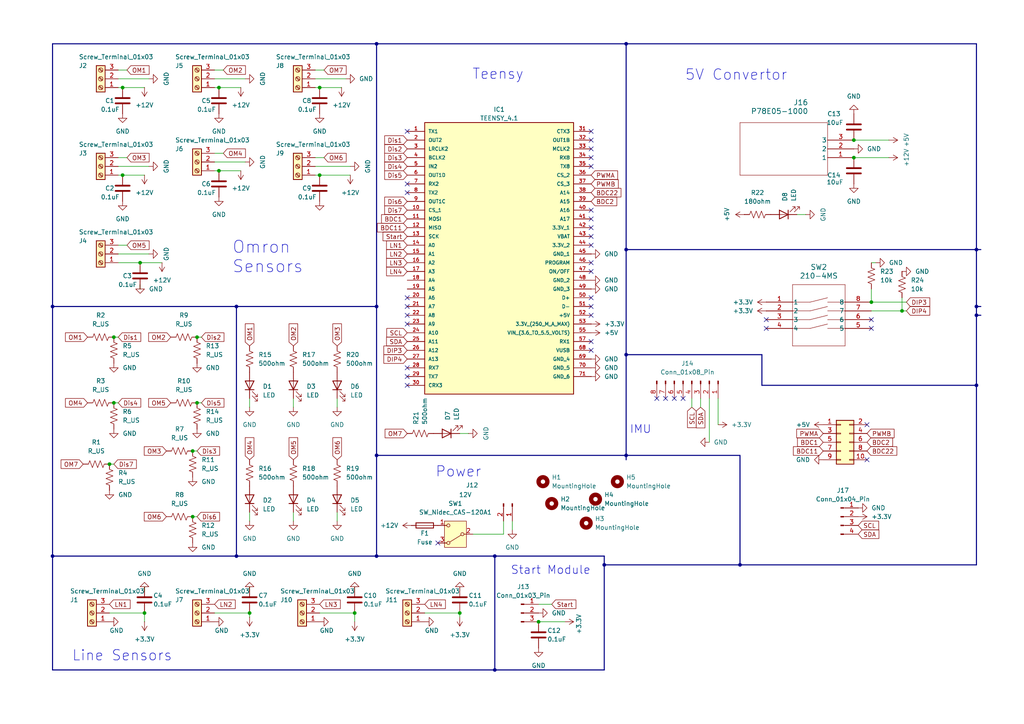
<source format=kicad_sch>
(kicad_sch (version 20231120) (generator "eeschema") (generator_version "8.0")
  (paper "A4")
  (junction (at 41.91 177.8))
  (junction (at 15.24 88.9))
  (junction (at 33.02 97.79))
  (junction (at 283.21 91.44))
  (junction (at 109.22 88.9))
  (junction (at 68.58 161.29))
  (junction (at 175.26 163.83))
  (junction (at 63.5 49.53))
  (junction (at 181.61 72.39))
  (junction (at 283.21 72.39))
  (junction (at 40.64 76.2))
  (junction (at 109.22 132.08))
  (junction (at 247.65 40.64))
  (junction (at 247.65 45.72))
  (junction (at 92.71 25.4))
  (junction (at 181.61 132.08))
  (junction (at 15.24 161.29))
  (junction (at 143.51 161.29))
  (junction (at 55.88 149.86))
  (junction (at 156.21 180.34))
  (junction (at 68.58 88.9))
  (junction (at 63.5 25.4))
  (junction (at 57.15 116.84))
  (junction (at 72.39 177.8))
  (junction (at 252.73 87.63))
  (junction (at 283.21 88.9))
  (junction (at 35.56 50.8))
  (junction (at 55.88 130.81))
  (junction (at 214.63 163.83))
  (junction (at 31.75 134.62))
  (junction (at 109.22 12.7))
  (junction (at 181.61 102.87))
  (junction (at 92.71 50.8))
  (junction (at 109.22 161.29))
  (junction (at 143.51 194.31))
  (junction (at 35.56 25.4))
  (junction (at 57.15 97.79))
  (junction (at 261.62 90.17))
  (junction (at 133.35 177.8))
  (junction (at 283.21 111.76))
  (junction (at 181.61 12.7))
  (junction (at 102.87 177.8))
  (junction (at 33.02 116.84))
  (no_connect (at 171.45 43.18))
  (no_connect (at 118.11 88.9))
  (no_connect (at 171.45 101.6))
  (no_connect (at 198.12 115.57))
  (no_connect (at 171.45 40.64))
  (no_connect (at 193.04 115.57))
  (no_connect (at 171.45 76.2))
  (no_connect (at 171.45 45.72))
  (no_connect (at 171.45 71.12))
  (no_connect (at 251.46 123.19))
  (no_connect (at 118.11 86.36))
  (no_connect (at 251.46 133.35))
  (no_connect (at 118.11 91.44))
  (no_connect (at 127 157.48))
  (no_connect (at 118.11 111.76))
  (no_connect (at 222.25 92.71))
  (no_connect (at 171.45 91.44))
  (no_connect (at 171.45 60.96))
  (no_connect (at 171.45 63.5))
  (no_connect (at 171.45 68.58))
  (no_connect (at 171.45 48.26))
  (no_connect (at 171.45 99.06))
  (no_connect (at 171.45 86.36))
  (no_connect (at 118.11 109.22))
  (no_connect (at 171.45 66.04))
  (no_connect (at 118.11 106.68))
  (no_connect (at 171.45 88.9))
  (no_connect (at 190.5 115.57))
  (no_connect (at 171.45 78.74))
  (no_connect (at 252.73 92.71))
  (no_connect (at 222.25 95.25))
  (no_connect (at 118.11 55.88))
  (no_connect (at 118.11 93.98))
  (no_connect (at 195.58 115.57))
  (no_connect (at 171.45 38.1))
  (no_connect (at 252.73 95.25))
  (no_connect (at 118.11 38.1))
  (no_connect (at 118.11 53.34))
  (wire (pts (xy 69.85 49.53) (xy 63.5 49.53)))
  (bus (pts (xy 284.48 72.39) (xy 283.21 72.39)))
  (wire (pts (xy 63.5 49.53) (xy 62.23 49.53)))
  (bus (pts (xy 15.24 88.9) (xy 68.58 88.9)))
  (bus (pts (xy 175.26 163.83) (xy 175.26 194.31)))
  (bus (pts (xy 214.63 163.83) (xy 283.21 163.83)))
  (wire (pts (xy 102.87 180.34) (xy 102.87 177.8)))
  (wire (pts (xy 254 76.2) (xy 252.73 76.2)))
  (wire (pts (xy 133.35 171.45) (xy 133.35 170.18)))
  (wire (pts (xy 41.91 177.8) (xy 31.75 177.8)))
  (bus (pts (xy 181.61 132.08) (xy 214.63 132.08)))
  (wire (pts (xy 160.02 175.26) (xy 156.21 175.26)))
  (wire (pts (xy 72.39 179.07) (xy 72.39 177.8)))
  (bus (pts (xy 181.61 102.87) (xy 220.98 102.87)))
  (bus (pts (xy 181.61 12.7) (xy 181.61 72.39)))
  (bus (pts (xy 283.21 88.9) (xy 284.48 88.9)))
  (wire (pts (xy 71.12 22.86) (xy 62.23 22.86)))
  (wire (pts (xy 72.39 151.13) (xy 72.39 148.59)))
  (wire (pts (xy 36.83 45.72) (xy 34.29 45.72)))
  (wire (pts (xy 71.12 46.99) (xy 62.23 46.99)))
  (wire (pts (xy 92.71 25.4) (xy 91.44 25.4)))
  (bus (pts (xy 68.58 88.9) (xy 68.58 161.29)))
  (wire (pts (xy 133.35 179.07) (xy 133.35 177.8)))
  (wire (pts (xy 36.83 71.12) (xy 34.29 71.12)))
  (bus (pts (xy 109.22 12.7) (xy 181.61 12.7)))
  (wire (pts (xy 93.98 20.32) (xy 91.44 20.32)))
  (bus (pts (xy 181.61 102.87) (xy 181.61 132.08)))
  (wire (pts (xy 100.33 22.86) (xy 91.44 22.86)))
  (bus (pts (xy 15.24 161.29) (xy 15.24 194.31)))
  (bus (pts (xy 214.63 132.08) (xy 214.63 163.83)))
  (wire (pts (xy 58.42 116.84) (xy 57.15 116.84)))
  (wire (pts (xy 43.18 22.86) (xy 34.29 22.86)))
  (wire (pts (xy 43.18 48.26) (xy 34.29 48.26)))
  (wire (pts (xy 163.83 180.34) (xy 156.21 180.34)))
  (wire (pts (xy 101.6 50.8) (xy 92.71 50.8)))
  (wire (pts (xy 34.29 97.79) (xy 33.02 97.79)))
  (wire (pts (xy 57.15 149.86) (xy 55.88 149.86)))
  (wire (pts (xy 97.79 151.13) (xy 97.79 148.59)))
  (bus (pts (xy 175.26 194.31) (xy 143.51 194.31)))
  (bus (pts (xy 220.98 111.76) (xy 283.21 111.76)))
  (bus (pts (xy 109.22 161.29) (xy 143.51 161.29)))
  (wire (pts (xy 92.71 50.8) (xy 91.44 50.8)))
  (bus (pts (xy 283.21 72.39) (xy 283.21 88.9)))
  (bus (pts (xy 283.21 91.44) (xy 283.21 111.76)))
  (wire (pts (xy 102.87 177.8) (xy 92.71 177.8)))
  (wire (pts (xy 137.16 154.94) (xy 146.05 154.94)))
  (wire (pts (xy 40.64 76.2) (xy 46.99 76.2)))
  (wire (pts (xy 97.79 118.11) (xy 97.79 115.57)))
  (bus (pts (xy 175.26 163.83) (xy 214.63 163.83)))
  (wire (pts (xy 85.09 118.11) (xy 85.09 115.57)))
  (bus (pts (xy 181.61 12.7) (xy 283.21 12.7)))
  (wire (pts (xy 91.44 48.26) (xy 101.6 48.26)))
  (wire (pts (xy 35.56 25.4) (xy 34.29 25.4)))
  (wire (pts (xy 257.81 40.64) (xy 247.65 40.64)))
  (wire (pts (xy 262.89 87.63) (xy 252.73 87.63)))
  (bus (pts (xy 68.58 161.29) (xy 109.22 161.29)))
  (wire (pts (xy 148.59 151.13) (xy 148.59 153.67)))
  (bus (pts (xy 15.24 88.9) (xy 15.24 161.29)))
  (wire (pts (xy 63.5 25.4) (xy 62.23 25.4)))
  (wire (pts (xy 69.85 25.4) (xy 63.5 25.4)))
  (wire (pts (xy 257.81 45.72) (xy 247.65 45.72)))
  (wire (pts (xy 34.29 116.84) (xy 33.02 116.84)))
  (bus (pts (xy 175.26 163.83) (xy 175.26 161.29)))
  (bus (pts (xy 15.24 12.7) (xy 109.22 12.7)))
  (wire (pts (xy 34.29 76.2) (xy 40.64 76.2)))
  (wire (pts (xy 85.09 151.13) (xy 85.09 148.59)))
  (bus (pts (xy 284.48 91.44) (xy 283.21 91.44)))
  (wire (pts (xy 133.35 177.8) (xy 123.19 177.8)))
  (bus (pts (xy 15.24 194.31) (xy 143.51 194.31)))
  (bus (pts (xy 15.24 12.7) (xy 15.24 88.9)))
  (wire (pts (xy 203.2 118.11) (xy 203.2 115.57)))
  (wire (pts (xy 41.91 50.8) (xy 35.56 50.8)))
  (wire (pts (xy 205.74 128.27) (xy 205.74 115.57)))
  (bus (pts (xy 283.21 12.7) (xy 283.21 72.39)))
  (wire (pts (xy 57.15 130.81) (xy 55.88 130.81)))
  (bus (pts (xy 109.22 161.29) (xy 109.22 132.08)))
  (bus (pts (xy 109.22 12.7) (xy 109.22 88.9)))
  (wire (pts (xy 33.02 134.62) (xy 31.75 134.62)))
  (wire (pts (xy 41.91 25.4) (xy 35.56 25.4)))
  (bus (pts (xy 283.21 88.9) (xy 283.21 91.44)))
  (wire (pts (xy 36.83 20.32) (xy 34.29 20.32)))
  (bus (pts (xy 181.61 132.08) (xy 181.61 133.35)))
  (wire (pts (xy 64.77 44.45) (xy 62.23 44.45)))
  (bus (pts (xy 283.21 111.76) (xy 283.21 163.83)))
  (wire (pts (xy 40.64 82.55) (xy 40.64 83.82)))
  (wire (pts (xy 64.77 20.32) (xy 62.23 20.32)))
  (bus (pts (xy 15.24 161.29) (xy 68.58 161.29)))
  (wire (pts (xy 99.06 25.4) (xy 92.71 25.4)))
  (bus (pts (xy 181.61 72.39) (xy 283.21 72.39)))
  (bus (pts (xy 109.22 132.08) (xy 181.61 132.08)))
  (wire (pts (xy 58.42 97.79) (xy 57.15 97.79)))
  (wire (pts (xy 135.89 125.73) (xy 133.35 125.73)))
  (bus (pts (xy 68.58 88.9) (xy 109.22 88.9)))
  (wire (pts (xy 208.28 115.57) (xy 208.28 123.19)))
  (wire (pts (xy 252.73 83.82) (xy 252.73 87.63)))
  (wire (pts (xy 261.62 86.36) (xy 261.62 90.17)))
  (wire (pts (xy 146.05 154.94) (xy 146.05 151.13)))
  (bus (pts (xy 109.22 88.9) (xy 109.22 132.08)))
  (wire (pts (xy 252.73 90.17) (xy 261.62 90.17)))
  (wire (pts (xy 262.89 90.17) (xy 261.62 90.17)))
  (wire (pts (xy 43.18 73.66) (xy 34.29 73.66)))
  (wire (pts (xy 102.87 171.45) (xy 102.87 170.18)))
  (bus (pts (xy 181.61 72.39) (xy 181.61 102.87)))
  (wire (pts (xy 35.56 50.8) (xy 34.29 50.8)))
  (wire (pts (xy 200.66 118.11) (xy 200.66 115.57)))
  (bus (pts (xy 143.51 161.29) (xy 175.26 161.29)))
  (wire (pts (xy 93.98 45.72) (xy 91.44 45.72)))
  (wire (pts (xy 72.39 171.45) (xy 72.39 170.18)))
  (wire (pts (xy 233.68 62.23) (xy 231.14 62.23)))
  (wire (pts (xy 41.91 171.45) (xy 41.91 170.18)))
  (wire (pts (xy 72.39 177.8) (xy 62.23 177.8)))
  (wire (pts (xy 41.91 180.34) (xy 41.91 177.8)))
  (bus (pts (xy 220.98 102.87) (xy 220.98 111.76)))
  (bus (pts (xy 143.51 194.31) (xy 143.51 161.29)))
  (wire (pts (xy 72.39 118.11) (xy 72.39 115.57)))
  (text "5V Convertor \n" (at 198.628 23.622 0) (effects (font (size 3.048 3.048)) (justify left bottom)))
  (text "Start Module" (at 148.082 166.878 0) (effects (font (size 2.4 2.4)) (justify left bottom)))
  (text "Power\n" (at 126.238 138.684 0) (effects (font (size 3 3)) (justify left bottom)))
  (text "Omron \nSensors" (at 67.31 79.502 0) (effects (font (size 3.5 3.5)) (justify left bottom)))
  (text "Line Sensors " (at 20.828 192.024 0) (effects (font (size 3 3)) (justify left bottom)))
  (text "IMU\n" (at 182.626 125.984 0) (effects (font (size 2.3 2.3)) (justify left bottom)))
  (text "Teensy\n" (at 136.906 23.368 0) (effects (font (size 3 3)) (justify left bottom)))
  (global_label "Dis4" (shape input) (at 34.29 116.84 0) (property "Intersheetrefs" "${INTERSHEET_REFS}" (effects (hide yes))))
  (global_label "LN4" (shape input) (at 123.19 175.26 0) (property "Intersheetrefs" "${INTERSHEET_REFS}" (effects (hide yes))))
  (global_label "Dis1" (shape input) (at 34.29 97.79 0) (property "Intersheetrefs" "${INTERSHEET_REFS}" (effects (hide yes))))
  (global_label "Dis2" (shape input) (at 58.42 97.79 0) (property "Intersheetrefs" "${INTERSHEET_REFS}" (effects (hide yes))))
  (global_label "OM1" (shape input) (at 25.4 97.79 180) (property "Intersheetrefs" "${INTERSHEET_REFS}" (effects (hide yes))))
  (global_label "OM5" (shape input) (at 85.09 133.35 90) (property "Intersheetrefs" "${INTERSHEET_REFS}" (effects (hide yes))))
  (global_label "Dis7" (shape input) (at 33.02 134.62 0) (property "Intersheetrefs" "${INTERSHEET_REFS}" (effects (hide yes))))
  (global_label "OM7" (shape input) (at 24.13 134.62 180) (property "Intersheetrefs" "${INTERSHEET_REFS}" (effects (hide yes))))
  (global_label "SDA" (shape input) (at 248.92 154.94 0) (property "Intersheetrefs" "${INTERSHEET_REFS}" (effects (hide yes))))
  (global_label "LN3" (shape input) (at 92.71 175.26 0) (property "Intersheetrefs" "${INTERSHEET_REFS}" (effects (hide yes))))
  (global_label "OM1" (shape input) (at 36.83 20.32 0) (property "Intersheetrefs" "${INTERSHEET_REFS}" (effects (hide yes))))
  (global_label "OM7" (shape input) (at 93.98 20.32 0) (property "Intersheetrefs" "${INTERSHEET_REFS}" (effects (hide yes))))
  (global_label "PWMB" (shape input) (at 171.45 53.34 0) (property "Intersheetrefs" "${INTERSHEET_REFS}" (effects (hide yes))))
  (global_label "Dis1" (shape input) (at 118.11 40.64 180) (property "Intersheetrefs" "${INTERSHEET_REFS}" (effects (hide yes))))
  (global_label "LN3" (shape input) (at 118.11 76.2 180) (property "Intersheetrefs" "${INTERSHEET_REFS}" (effects (hide yes))))
  (global_label "PWMA" (shape input) (at 171.45 50.8 0) (property "Intersheetrefs" "${INTERSHEET_REFS}" (effects (hide yes))))
  (global_label "SCL" (shape input) (at 118.11 96.52 180) (property "Intersheetrefs" "${INTERSHEET_REFS}" (effects (hide yes))))
  (global_label "SCL" (shape input) (at 200.66 118.11 270) (property "Intersheetrefs" "${INTERSHEET_REFS}" (effects (hide yes))))
  (global_label "Start" (shape input) (at 160.02 175.26 0) (property "Intersheetrefs" "${INTERSHEET_REFS}" (effects (hide yes))))
  (global_label "OM5" (shape input) (at 49.53 116.84 180) (property "Intersheetrefs" "${INTERSHEET_REFS}" (effects (hide yes))))
  (global_label "Dis5" (shape input) (at 118.11 50.8 180) (property "Intersheetrefs" "${INTERSHEET_REFS}" (effects (hide yes))))
  (global_label "OM1" (shape input) (at 72.39 100.33 90) (property "Intersheetrefs" "${INTERSHEET_REFS}" (effects (hide yes))))
  (global_label "Dis3" (shape input) (at 118.11 45.72 180) (property "Intersheetrefs" "${INTERSHEET_REFS}" (effects (hide yes))))
  (global_label "OM4" (shape input) (at 64.77 44.45 0) (property "Intersheetrefs" "${INTERSHEET_REFS}" (effects (hide yes))))
  (global_label "OM2" (shape input) (at 85.09 100.33 90) (property "Intersheetrefs" "${INTERSHEET_REFS}" (effects (hide yes))))
  (global_label "Dis4" (shape input) (at 118.11 48.26 180) (property "Intersheetrefs" "${INTERSHEET_REFS}" (effects (hide yes))))
  (global_label "Dis7" (shape input) (at 118.11 60.96 180) (property "Intersheetrefs" "${INTERSHEET_REFS}" (effects (hide yes))))
  (global_label "SCL" (shape input) (at 248.92 152.4 0) (property "Intersheetrefs" "${INTERSHEET_REFS}" (effects (hide yes))))
  (global_label "BDC22" (shape input) (at 251.46 130.81 0) (property "Intersheetrefs" "${INTERSHEET_REFS}" (effects (hide yes))))
  (global_label "Start" (shape input) (at 118.11 68.58 180) (property "Intersheetrefs" "${INTERSHEET_REFS}" (effects (hide yes))))
  (global_label "OM6" (shape input) (at 97.79 133.35 90) (property "Intersheetrefs" "${INTERSHEET_REFS}" (effects (hide yes))))
  (global_label "OM3" (shape input) (at 36.83 45.72 0) (property "Intersheetrefs" "${INTERSHEET_REFS}" (effects (hide yes))))
  (global_label "OM3" (shape input) (at 97.79 100.33 90) (property "Intersheetrefs" "${INTERSHEET_REFS}" (effects (hide yes))))
  (global_label "LN4" (shape input) (at 118.11 78.74 180) (property "Intersheetrefs" "${INTERSHEET_REFS}" (effects (hide yes))))
  (global_label "BDC1" (shape input) (at 238.76 128.27 180) (property "Intersheetrefs" "${INTERSHEET_REFS}" (effects (hide yes))))
  (global_label "Dis5" (shape input) (at 58.42 116.84 0) (property "Intersheetrefs" "${INTERSHEET_REFS}" (effects (hide yes))))
  (global_label "BDC11" (shape input) (at 238.76 130.81 180) (property "Intersheetrefs" "${INTERSHEET_REFS}" (effects (hide yes))))
  (global_label "OM4" (shape input) (at 72.39 133.35 90) (property "Intersheetrefs" "${INTERSHEET_REFS}" (effects (hide yes))))
  (global_label "LN2" (shape input) (at 62.23 175.26 0) (property "Intersheetrefs" "${INTERSHEET_REFS}" (effects (hide yes))))
  (global_label "BDC2" (shape input) (at 171.45 58.42 0) (property "Intersheetrefs" "${INTERSHEET_REFS}" (effects (hide yes))))
  (global_label "DIP4" (shape input) (at 118.11 104.14 180) (property "Intersheetrefs" "${INTERSHEET_REFS}" (effects (hide yes))))
  (global_label "SDA" (shape input) (at 203.2 118.11 270) (property "Intersheetrefs" "${INTERSHEET_REFS}" (effects (hide yes))))
  (global_label "BDC22" (shape input) (at 171.45 55.88 0) (property "Intersheetrefs" "${INTERSHEET_REFS}" (effects (hide yes))))
  (global_label "Dis3" (shape input) (at 57.15 130.81 0) (property "Intersheetrefs" "${INTERSHEET_REFS}" (effects (hide yes))))
  (global_label "PWMA" (shape input) (at 238.76 125.73 180) (property "Intersheetrefs" "${INTERSHEET_REFS}" (effects (hide yes))))
  (global_label "Dis6" (shape input) (at 118.11 58.42 180) (property "Intersheetrefs" "${INTERSHEET_REFS}" (effects (hide yes))))
  (global_label "Dis6" (shape input) (at 57.15 149.86 0) (property "Intersheetrefs" "${INTERSHEET_REFS}" (effects (hide yes))))
  (global_label "Dis2" (shape input) (at 118.11 43.18 180) (property "Intersheetrefs" "${INTERSHEET_REFS}" (effects (hide yes))))
  (global_label "OM6" (shape input) (at 48.26 149.86 180) (property "Intersheetrefs" "${INTERSHEET_REFS}" (effects (hide yes))))
  (global_label "LN1" (shape input) (at 118.11 71.12 180) (property "Intersheetrefs" "${INTERSHEET_REFS}" (effects (hide yes))))
  (global_label "OM2" (shape input) (at 64.77 20.32 0) (property "Intersheetrefs" "${INTERSHEET_REFS}" (effects (hide yes))))
  (global_label "OM4" (shape input) (at 25.4 116.84 180) (property "Intersheetrefs" "${INTERSHEET_REFS}" (effects (hide yes))))
  (global_label "DIP3" (shape input) (at 118.11 101.6 180) (property "Intersheetrefs" "${INTERSHEET_REFS}" (effects (hide yes))))
  (global_label "PWMB" (shape input) (at 251.46 125.73 0) (property "Intersheetrefs" "${INTERSHEET_REFS}" (effects (hide yes))))
  (global_label "OM6" (shape input) (at 93.98 45.72 0) (property "Intersheetrefs" "${INTERSHEET_REFS}" (effects (hide yes))))
  (global_label "DIP3" (shape input) (at 262.89 87.63 0) (property "Intersheetrefs" "${INTERSHEET_REFS}" (effects (hide yes))))
  (global_label "OM2" (shape input) (at 49.53 97.79 180) (property "Intersheetrefs" "${INTERSHEET_REFS}" (effects (hide yes))))
  (global_label "OM5" (shape input) (at 36.83 71.12 0) (property "Intersheetrefs" "${INTERSHEET_REFS}" (effects (hide yes))))
  (global_label "BDC1" (shape input) (at 118.11 63.5 180) (property "Intersheetrefs" "${INTERSHEET_REFS}" (effects (hide yes))))
  (global_label "LN2" (shape input) (at 118.11 73.66 180) (property "Intersheetrefs" "${INTERSHEET_REFS}" (effects (hide yes))))
  (global_label "OM3" (shape input) (at 48.26 130.81 180) (property "Intersheetrefs" "${INTERSHEET_REFS}" (effects (hide yes))))
  (global_label "LN1" (shape input) (at 31.75 175.26 0) (property "Intersheetrefs" "${INTERSHEET_REFS}" (effects (hide yes))))
  (global_label "OM7" (shape input) (at 118.11 125.73 180) (property "Intersheetrefs" "${INTERSHEET_REFS}" (effects (hide yes))))
  (global_label "DIP4" (shape input) (at 262.89 90.17 0) (property "Intersheetrefs" "${INTERSHEET_REFS}" (effects (hide yes))))
  (global_label "SDA" (shape input) (at 118.11 99.06 180) (property "Intersheetrefs" "${INTERSHEET_REFS}" (effects (hide yes))))
  (global_label "BDC2" (shape input) (at 251.46 128.27 0) (property "Intersheetrefs" "${INTERSHEET_REFS}" (effects (hide yes))))
  (global_label "BDC11" (shape input) (at 118.11 66.04 180) (property "Intersheetrefs" "${INTERSHEET_REFS}" (effects (hide yes))))
  (symbol (lib_id "power:+12V") (at 69.85 25.4 180) (unit 1)
    (property "Reference" "#PWR023" (effects (hide yes)))
    (property "Value" "+12V" (at 69.85 30.48 0))
    (property "Description" "Power symbol creates a global label with name \"+12V\"" (effects (hide yes)))
  )
  (symbol (lib_id "Switch:SW_Nidec_CAS-120A1") (at 132.08 154.94 180) (unit 1)
    (property "Reference" "SW1" (at 132.08 146.05 0))
    (property "Value" "SW_Nidec_CAS-120A1" (at 132.08 148.59 0))
    (property "Footprint" "askibidi:swotcslide" (effects (hide yes)))
    (property "Datasheet" "https://www.nidec-components.com/e/catalog/switch/cas.pdf" (effects (hide yes)))
    (property "Description" "Switch, single pole double throw" (effects (hide yes)))
  )
  (symbol (lib_name "+3.3V_4") (lib_id "power:+3.3V") (at 41.91 180.34 180) (unit 1)
    (property "Reference" "#PWR011" (effects (hide yes)))
    (property "Value" "+3.3V" (at 41.91 185.42 0))
    (property "Description" "Power symbol creates a global label with name \"+3.3V\"" (effects (hide yes)))
  )
  (symbol (lib_id "Device:LED") (at 129.54 125.73 180) (unit 1)
    (property "Reference" "D7" (at 129.8574 121.92 90) (effects (justify right)))
    (property "Value" "LED" (at 132.3974 121.92 90) (effects (justify right)))
    (property "Footprint" "LED_SMD:LED_1206_3216Metric" (effects (hide yes)))
    (property "Description" "Light emitting diode" (effects (hide yes)))
  )
  (symbol (lib_id "power:+5V") (at 238.76 123.19 90) (unit 1)
    (property "Reference" "#PWR067" (effects (hide yes)))
    (property "Value" "+5V" (at 234.95 123.1899 90) (effects (justify left)))
    (property "Description" "Power symbol creates a global label with name \"+5V\"" (effects (hide yes)))
  )
  (symbol (lib_id "power:GND") (at 100.33 22.86 90) (unit 1)
    (property "Reference" "#PWR039" (effects (hide yes)))
    (property "Value" "GND" (at 104.14 22.86 90) (effects (justify right)))
  )
  (symbol (lib_id "Device:R_US") (at 31.75 138.43 180) (unit 1)
    (property "Reference" "R4" (at 34.29 137.1599 0) (effects (justify right)))
    (property "Value" "R_US" (at 34.29 139.6999 0) (effects (justify right)))
    (property "Footprint" "Resistor_SMD:R_1206_3216Metric" (effects (hide yes)))
    (property "Description" "Resistor, US symbol" (effects (hide yes)))
  )
  (symbol (lib_id "power:GND") (at 92.71 33.02 0) (unit 1)
    (property "Reference" "#PWR033" (effects (hide yes)))
    (property "Value" "GND" (at 92.71 38.1 0))
  )
  (symbol (lib_id "dipswitch:210-4MS") (at 222.25 87.63 0) (unit 1)
    (property "Reference" "SW2" (at 237.49 77.47 0) (effects (font (size 1.524 1.524))))
    (property "Value" "210-4MS" (at 237.49 80.01 0) (effects (font (size 1.524 1.524))))
    (property "Footprint" "askibidi:Dipshit" (effects (hide yes)))
    (property "Datasheet" "210-4MS" (effects (hide yes)))
  )
  (symbol (lib_id "Device:R_US") (at 97.79 104.14 180) (unit 1)
    (property "Reference" "R20" (at 100.33 102.8699 0) (effects (justify right)))
    (property "Value" "500ohm" (at 100.33 105.4099 0) (effects (justify right)))
    (property "Footprint" "Resistor_SMD:R_1206_3216Metric" (effects (hide yes)))
  )
  (symbol (lib_name "+3.3V_2") (lib_id "power:+3.3V") (at 222.25 90.17 90) (unit 1)
    (property "Reference" "#PWR065" (effects (hide yes)))
    (property "Value" "+3.3V" (at 218.44 90.1699 90) (effects (justify left)))
    (property "Description" "Power symbol creates a global label with name \"+3.3V\"" (effects (hide yes)))
  )
  (symbol (lib_name "GND_4") (lib_id "power:GND") (at 254 76.2 90) (unit 1)
    (property "Reference" "#PWR072" (effects (hide yes)))
    (property "Value" "GND" (at 257.81 76.1999 90) (effects (justify right)))
    (property "Description" "Power symbol creates a global label with name \"GND\" , ground" (effects (hide yes)))
  )
  (symbol (lib_id "Connector:Screw_Terminal_01x03") (at 118.11 177.8 180) (unit 1)
    (property "Reference" "J11" (at 111.76 173.99 0) (effects (justify right)))
    (property "Value" "Screw_Terminal_01x03" (at 111.76 171.45 0) (effects (justify right)))
    (property "Footprint" "Connector_JST:JST_EH_B3B-EH-A_1x03_P2.50mm_Vertical" (effects (hide yes)))
  )
  (symbol (lib_id "power:GND") (at 156.21 177.8 90) (unit 1)
    (property "Reference" "#PWR050" (effects (hide yes)))
    (property "Value" "GND" (at 160.02 177.8 90) (effects (justify right)))
  )
  (symbol (lib_id "Device:R_US") (at 52.07 130.81 90) (unit 1)
    (property "Reference" "R7" (at 52.07 124.46 90))
    (property "Value" "R_US" (at 52.07 127 90))
    (property "Footprint" "Resistor_SMD:R_1206_3216Metric" (effects (hide yes)))
    (property "Description" "Resistor, US symbol" (effects (hide yes)))
  )
  (symbol (lib_name "GND_5") (lib_id "power:GND") (at 261.62 78.74 90) (unit 1)
    (property "Reference" "#PWR075" (effects (hide yes)))
    (property "Value" "GND" (at 265.43 78.7399 90) (effects (justify right)))
    (property "Description" "Power symbol creates a global label with name \"GND\" , ground" (effects (hide yes)))
  )
  (symbol (lib_id "Mechanical:MountingHole") (at 172.72 144.78 0) (unit 1) (exclude_from_sim yes) (in_bom no)
    (property "Reference" "H4" (at 175.26 143.5099 0) (effects (justify left)))
    (property "Value" "MountingHole" (at 175.26 146.0499 0) (effects (justify left)))
    (property "Footprint" "MountingHole:MountingHole_2.5mm" (effects (hide yes)))
    (property "Description" "Mounting Hole without connection" (effects (hide yes)))
  )
  (symbol (lib_name "+3.3V_4") (lib_id "power:+3.3V") (at 102.87 180.34 180) (unit 1)
    (property "Reference" "#PWR043" (effects (hide yes)))
    (property "Value" "+3.3V" (at 102.87 185.42 0))
    (property "Description" "Power symbol creates a global label with name \"+3.3V\"" (effects (hide yes)))
  )
  (symbol (lib_id "Device:C") (at 41.91 173.99 0) (unit 1)
    (property "Reference" "C4" (at 44.45 172.72 0) (effects (justify left)))
    (property "Value" "0.1uF" (at 44.45 175.26 0) (effects (justify left)))
    (property "Footprint" "Capacitor_SMD:C_0805_2012Metric" (effects (hide yes)))
  )
  (symbol (lib_id "Connector:Screw_Terminal_01x03") (at 86.36 48.26 180) (unit 1)
    (property "Reference" "J9" (at 80.01 44.45 0) (effects (justify right)))
    (property "Value" "Screw_Terminal_01x03" (at 80.01 41.91 0) (effects (justify right)))
    (property "Footprint" "Connector_JST:JST_EH_B3B-EH-A_1x03_P2.50mm_Vertical" (effects (hide yes)))
  )
  (symbol (lib_id "power:GND") (at 63.5 33.02 0) (unit 1)
    (property "Reference" "#PWR021" (effects (hide yes)))
    (property "Value" "GND" (at 63.5 38.1 0))
  )
  (symbol (lib_id "power:GND") (at 148.59 153.67 0) (unit 1)
    (property "Reference" "#PWR049" (effects (hide yes)))
    (property "Value" "GND" (at 148.59 158.75 0))
  )
  (symbol (lib_id "Mechanical:MountingHole") (at 179.07 139.7 0) (unit 1) (exclude_from_sim yes) (in_bom no)
    (property "Reference" "H5" (at 181.61 138.4299 0) (effects (justify left)))
    (property "Value" "MountingHole" (at 181.61 140.9699 0) (effects (justify left)))
    (property "Footprint" "MountingHole:MountingHole_2.5mm" (effects (hide yes)))
    (property "Description" "Mounting Hole without connection" (effects (hide yes)))
  )
  (symbol (lib_id "Device:C") (at 72.39 173.99 0) (unit 1)
    (property "Reference" "C7" (at 74.93 172.72 0) (effects (justify left)))
    (property "Value" "0.1uF" (at 74.93 175.26 0) (effects (justify left)))
    (property "Footprint" "Capacitor_SMD:C_0805_2012Metric" (effects (hide yes)))
  )
  (symbol (lib_id "Mechanical:MountingHole") (at 157.48 139.7 0) (unit 1) (exclude_from_sim yes) (in_bom no)
    (property "Reference" "H1" (at 160.02 138.4299 0) (effects (justify left)))
    (property "Value" "MountingHole" (at 160.02 140.9699 0) (effects (justify left)))
    (property "Footprint" "MountingHole:MountingHole_2.5mm" (effects (hide yes)))
    (property "Description" "Mounting Hole without connection" (effects (hide yes)))
  )
  (symbol (lib_name "GND_1") (lib_id "power:GND") (at 97.79 118.11 0) (unit 1)
    (property "Reference" "#PWR038" (effects (hide yes)))
    (property "Value" "GND" (at 97.79 123.19 0))
    (property "Description" "Power symbol creates a global label with name \"GND\" , ground" (effects (hide yes)))
  )
  (symbol (lib_id "power:+12V") (at 46.99 76.2 180) (unit 1)
    (property "Reference" "#PWR015" (effects (hide yes)))
    (property "Value" "+12V" (at 46.99 81.28 0))
    (property "Description" "Power symbol creates a global label with name \"+12V\"" (effects (hide yes)))
  )
  (symbol (lib_id "Device:C") (at 133.35 173.99 0) (unit 1)
    (property "Reference" "C11" (at 135.89 172.72 0) (effects (justify left)))
    (property "Value" "0.1uF" (at 135.89 175.26 0) (effects (justify left)))
    (property "Footprint" "Capacitor_SMD:C_0805_2012Metric" (effects (hide yes)))
  )
  (symbol (lib_id "Device:C") (at 35.56 54.61 0) (unit 1)
    (property "Reference" "C2" (at 30.48 54.61 0) (effects (justify left)))
    (property "Value" "0.1uF" (at 29.21 57.15 0) (effects (justify left)))
    (property "Footprint" "Capacitor_SMD:C_0805_2012Metric" (effects (hide yes)))
  )
  (symbol (lib_id "Device:LED") (at 97.79 111.76 90) (unit 1)
    (property "Reference" "D6" (at 101.6 112.0774 90) (effects (justify right)))
    (property "Value" "LED" (at 101.6 114.6174 90) (effects (justify right)))
    (property "Footprint" "LED_SMD:LED_1206_3216Metric" (effects (hide yes)))
    (property "Description" "Light emitting diode" (effects (hide yes)))
  )
  (symbol (lib_id "Device:LED") (at 85.09 111.76 90) (unit 1)
    (property "Reference" "D3" (at 88.9 112.0774 90) (effects (justify right)))
    (property "Value" "LED" (at 88.9 114.6174 90) (effects (justify right)))
    (property "Footprint" "LED_SMD:LED_1206_3216Metric" (effects (hide yes)))
    (property "Description" "Light emitting diode" (effects (hide yes)))
  )
  (symbol (lib_id "power:GND") (at 33.02 124.46 0) (unit 1)
    (property "Reference" "#PWR04" (effects (hide yes)))
    (property "Value" "GND" (at 35.56 125.73 0) (effects (justify left)))
  )
  (symbol (lib_id "Device:C") (at 102.87 173.99 0) (unit 1)
    (property "Reference" "C10" (at 105.41 172.72 0) (effects (justify left)))
    (property "Value" "0.1uF" (at 105.41 175.26 0) (effects (justify left)))
    (property "Footprint" "Capacitor_SMD:C_0805_2012Metric" (effects (hide yes)))
  )
  (symbol (lib_id "Device:LED") (at 72.39 144.78 90) (unit 1)
    (property "Reference" "D2" (at 76.2 145.0974 90) (effects (justify right)))
    (property "Value" "LED" (at 76.2 147.6374 90) (effects (justify right)))
    (property "Footprint" "LED_SMD:LED_1206_3216Metric" (effects (hide yes)))
    (property "Description" "Light emitting diode" (effects (hide yes)))
  )
  (symbol (lib_id "Device:R_US") (at 27.94 134.62 90) (unit 1)
    (property "Reference" "R1" (at 27.94 128.27 90))
    (property "Value" "R_US" (at 27.94 130.81 90))
    (property "Footprint" "Resistor_SMD:R_1206_3216Metric" (effects (hide yes)))
    (property "Description" "Resistor, US symbol" (effects (hide yes)))
  )
  (symbol (lib_id "Device:R_US") (at 52.07 149.86 90) (unit 1)
    (property "Reference" "R8" (at 52.07 143.51 90))
    (property "Value" "R_US" (at 52.07 146.05 90))
    (property "Footprint" "Resistor_SMD:R_1206_3216Metric" (effects (hide yes)))
    (property "Description" "Resistor, US symbol" (effects (hide yes)))
  )
  (symbol (lib_id "Device:C") (at 92.71 54.61 0) (unit 1)
    (property "Reference" "C9" (at 87.63 54.61 0) (effects (justify left)))
    (property "Value" "0.1uF" (at 86.36 57.15 0) (effects (justify left)))
    (property "Footprint" "Capacitor_SMD:C_0805_2012Metric" (effects (hide yes)))
  )
  (symbol (lib_id "Device:C") (at 63.5 29.21 0) (unit 1)
    (property "Reference" "C5" (at 58.42 29.21 0) (effects (justify left)))
    (property "Value" "0.1uF" (at 57.15 31.75 0) (effects (justify left)))
    (property "Footprint" "Capacitor_SMD:C_0805_2012Metric" (effects (hide yes)))
  )
  (symbol (lib_id "power:+12V") (at 101.6 50.8 180) (unit 1)
    (property "Reference" "#PWR041" (effects (hide yes)))
    (property "Value" "+12V" (at 101.6 55.88 0))
    (property "Description" "Power symbol creates a global label with name \"+12V\"" (effects (hide yes)))
  )
  (symbol (lib_id "Device:LED") (at 97.79 144.78 90) (unit 1)
    (property "Reference" "D5" (at 101.6 145.0974 90) (effects (justify right)))
    (property "Value" "LED" (at 101.6 147.6374 90) (effects (justify right)))
    (property "Footprint" "LED_SMD:LED_1206_3216Metric" (effects (hide yes)))
    (property "Description" "Light emitting diode" (effects (hide yes)))
  )
  (symbol (lib_id "Connector:Screw_Terminal_01x03") (at 26.67 177.8 180) (unit 1)
    (property "Reference" "J1" (at 20.32 173.99 0) (effects (justify right)))
    (property "Value" "Screw_Terminal_01x03" (at 20.32 171.45 0) (effects (justify right)))
    (property "Footprint" "Connector_JST:JST_EH_B3B-EH-A_1x03_P2.50mm_Vertical" (effects (hide yes)))
  )
  (symbol (lib_id "convertor:P78E05-1000") (at 247.65 45.72 180) (unit 1)
    (property "Reference" "J16" (at 234.442 29.718 0) (effects (font (size 1.524 1.524)) (justify left)))
    (property "Value" "P78E05-1000" (at 234.442 32.258 0) (effects (font (size 1.524 1.524)) (justify left)))
    (property "Footprint" "askibidi:5vregulator" (effects (hide yes)))
    (property "Datasheet" "P78E05-1000" (effects (hide yes)))
  )
  (symbol (lib_id "Connector:Screw_Terminal_01x03") (at 29.21 73.66 180) (unit 1)
    (property "Reference" "J4" (at 22.86 69.85 0) (effects (justify right)))
    (property "Value" "Screw_Terminal_01x03" (at 22.86 67.31 0) (effects (justify right)))
    (property "Footprint" "Connector_JST:JST_EH_B3B-EH-A_1x03_P2.50mm_Vertical" (effects (hide yes)))
  )
  (symbol (lib_id "power:GND") (at 55.88 157.48 0) (unit 1)
    (property "Reference" "#PWR017" (effects (hide yes)))
    (property "Value" "GND" (at 58.42 158.75 0) (effects (justify left)))
  )
  (symbol (lib_id "Device:R_US") (at 55.88 134.62 180) (unit 1)
    (property "Reference" "R11" (at 58.42 133.3499 0) (effects (justify right)))
    (property "Value" "R_US" (at 58.42 135.8899 0) (effects (justify right)))
    (property "Footprint" "Resistor_SMD:R_1206_3216Metric" (effects (hide yes)))
    (property "Description" "Resistor, US symbol" (effects (hide yes)))
  )
  (symbol (lib_id "power:GND") (at 92.71 180.34 90) (unit 1)
    (property "Reference" "#PWR035" (effects (hide yes)))
    (property "Value" "GND" (at 92.71 182.88 90) (effects (justify right)))
  )
  (symbol (lib_id "Device:C") (at 247.65 36.83 180) (unit 1)
    (property "Reference" "C13" (at 243.84 33.02 0) (effects (justify left)))
    (property "Value" "10uF" (at 244.602 35.56 0) (effects (justify left)))
    (property "Footprint" "Capacitor_SMD:C_0805_2012Metric" (effects (hide yes)))
    (property "Description" "Unpolarized capacitor" (effects (hide yes)))
  )
  (symbol (lib_id "Device:R_US") (at 97.79 137.16 180) (unit 1)
    (property "Reference" "R19" (at 100.33 135.8899 0) (effects (justify right)))
    (property "Value" "500ohm" (at 100.33 138.4299 0) (effects (justify right)))
    (property "Footprint" "Resistor_SMD:R_1206_3216Metric" (effects (hide yes)))
  )
  (symbol (lib_id "power:GND") (at 72.39 171.45 180) (unit 1)
    (property "Reference" "#PWR029" (effects (hide yes)))
    (property "Value" "GND" (at 72.39 166.37 0))
  )
  (symbol (lib_name "GND_3") (lib_id "power:GND") (at 171.45 81.28 90) (unit 1)
    (property "Reference" "#PWR054" (effects (hide yes)))
    (property "Value" "GND" (at 175.26 81.2799 90) (effects (justify right)))
    (property "Description" "Power symbol creates a global label with name \"GND\" , ground" (effects (hide yes)))
  )
  (symbol (lib_id "Device:R_US") (at 121.92 125.73 270) (unit 1)
    (property "Reference" "R21" (at 120.6499 123.19 0) (effects (justify right)))
    (property "Value" "500ohm" (at 123.1899 123.19 0) (effects (justify right)))
    (property "Footprint" "Resistor_SMD:R_1206_3216Metric" (effects (hide yes)))
  )
  (symbol (lib_name "GND_3") (lib_id "power:GND") (at 171.45 109.22 90) (unit 1)
    (property "Reference" "#PWR060" (effects (hide yes)))
    (property "Value" "GND" (at 175.26 109.2199 90) (effects (justify right)))
    (property "Description" "Power symbol creates a global label with name \"GND\" , ground" (effects (hide yes)))
  )
  (symbol (lib_id "power:GND") (at 62.23 180.34 90) (unit 1)
    (property "Reference" "#PWR020" (effects (hide yes)))
    (property "Value" "GND" (at 62.23 182.88 90) (effects (justify right)))
  )
  (symbol (lib_id "Connector:Conn_01x02_Pin") (at 148.59 146.05 270) (unit 1)
    (property "Reference" "J12" (at 135.128 140.716 90) (effects (justify left)))
    (property "Value" "12V" (at 133.096 143.51 90) (effects (justify left)))
    (property "Footprint" "Connector_AMASS:AMASS_XT30U-F_1x02_P5.0mm_Vertical" (effects (hide yes)))
    (property "Description" "Generic connector, single row, 01x02, script generated" (effects (hide yes)))
  )
  (symbol (lib_id "power:GND") (at 31.75 180.34 90) (unit 1)
    (property "Reference" "#PWR02" (effects (hide yes)))
    (property "Value" "GND" (at 31.75 182.88 90) (effects (justify right)))
  )
  (symbol (lib_id "Device:R_US") (at 29.21 97.79 90) (unit 1)
    (property "Reference" "R2" (at 29.21 91.44 90))
    (property "Value" "R_US" (at 29.21 93.98 90))
    (property "Footprint" "Resistor_SMD:R_1206_3216Metric" (effects (hide yes)))
    (property "Description" "Resistor, US symbol" (effects (hide yes)))
  )
  (symbol (lib_id "power:GND") (at 71.12 22.86 90) (unit 1)
    (property "Reference" "#PWR025" (effects (hide yes)))
    (property "Value" "GND" (at 76.2 22.86 0))
  )
  (symbol (lib_name "GND_1") (lib_id "power:GND") (at 97.79 151.13 0) (unit 1)
    (property "Reference" "#PWR036" (effects (hide yes)))
    (property "Value" "GND" (at 97.79 156.21 0))
    (property "Description" "Power symbol creates a global label with name \"GND\" , ground" (effects (hide yes)))
  )
  (symbol (lib_id "power:GND") (at 101.6 48.26 90) (unit 1)
    (property "Reference" "#PWR040" (effects (hide yes)))
    (property "Value" "GND" (at 106.68 48.26 0))
  )
  (symbol (lib_id "Device:R_US") (at 85.09 104.14 180) (unit 1)
    (property "Reference" "R17" (at 87.63 102.8699 0) (effects (justify right)))
    (property "Value" "500ohm" (at 87.63 105.4099 0) (effects (justify right)))
    (property "Footprint" "Resistor_SMD:R_1206_3216Metric" (effects (hide yes)))
  )
  (symbol (lib_name "+3.3V_4") (lib_id "power:+3.3V") (at 133.35 179.07 180) (unit 1)
    (property "Reference" "#PWR047" (effects (hide yes)))
    (property "Value" "+3.3V" (at 133.35 184.15 0))
    (property "Description" "Power symbol creates a global label with name \"+3.3V\"" (effects (hide yes)))
  )
  (symbol (lib_id "power:GND") (at 40.64 82.55 0) (unit 1)
    (property "Reference" "#PWR07" (effects (hide yes)))
    (property "Value" "GND" (at 43.18 83.82 0) (effects (justify left)))
  )
  (symbol (lib_name "GND_1") (lib_id "power:GND") (at 135.89 125.73 90) (unit 1)
    (property "Reference" "#PWR048" (effects (hide yes)))
    (property "Value" "GND" (at 140.97 125.73 0))
    (property "Description" "Power symbol creates a global label with name \"GND\" , ground" (effects (hide yes)))
  )
  (symbol (lib_name "GND_1") (lib_id "power:GND") (at 72.39 151.13 0) (unit 1)
    (property "Reference" "#PWR028" (effects (hide yes)))
    (property "Value" "GND" (at 72.39 156.21 0))
    (property "Description" "Power symbol creates a global label with name \"GND\" , ground" (effects (hide yes)))
  )
  (symbol (lib_name "GND_3") (lib_id "power:GND") (at 171.45 73.66 90) (unit 1)
    (property "Reference" "#PWR053" (effects (hide yes)))
    (property "Value" "GND" (at 175.26 73.6599 90) (effects (justify right)))
    (property "Description" "Power symbol creates a global label with name \"GND\" , ground" (effects (hide yes)))
  )
  (symbol (lib_id "power:GND") (at 35.56 33.02 0) (unit 1)
    (property "Reference" "#PWR05" (effects (hide yes)))
    (property "Value" "GND" (at 35.56 38.1 0))
  )
  (symbol (lib_id "Device:C") (at 156.21 184.15 0) (unit 1)
    (property "Reference" "C12" (at 158.75 182.88 0) (effects (justify left)))
    (property "Value" "0.1uF" (at 158.75 185.42 0) (effects (justify left)))
    (property "Footprint" "Capacitor_SMD:C_0805_2012Metric" (effects (hide yes)))
  )
  (symbol (lib_id "Device:LED") (at 227.33 62.23 180) (unit 1)
    (property "Reference" "D8" (at 227.6474 58.42 90) (effects (justify right)))
    (property "Value" "LED" (at 230.1874 58.42 90) (effects (justify right)))
    (property "Footprint" "LED_SMD:LED_1206_3216Metric" (effects (hide yes)))
    (property "Description" "Light emitting diode" (effects (hide yes)))
  )
  (symbol (lib_name "GND_1") (lib_id "power:GND") (at 85.09 151.13 0) (unit 1)
    (property "Reference" "#PWR032" (effects (hide yes)))
    (property "Value" "GND" (at 85.09 156.21 0))
    (property "Description" "Power symbol creates a global label with name \"GND\" , ground" (effects (hide yes)))
  )
  (symbol (lib_id "power:GND") (at 43.18 22.86 90) (unit 1)
    (property "Reference" "#PWR012" (effects (hide yes)))
    (property "Value" "GND" (at 48.26 22.86 0))
  )
  (symbol (lib_id "power:GND") (at 205.74 128.27 270) (unit 1)
    (property "Reference" "#PWR061" (effects (hide yes)))
    (property "Value" "GND" (at 207.01 128.2699 90) (effects (justify left)))
  )
  (symbol (lib_id "power:+3.3V") (at 248.92 149.86 270) (unit 1)
    (property "Reference" "#PWR077" (effects (hide yes)))
    (property "Value" "+3.3V" (at 252.73 149.8599 90) (effects (justify left)))
  )
  (symbol (lib_id "Mechanical:MountingHole") (at 170.0205 151.7314 0) (unit 1) (exclude_from_sim yes) (in_bom no)
    (property "Reference" "H3" (at 172.5605 150.4613 0) (effects (justify left)))
    (property "Value" "MountingHole" (at 172.5605 153.0013 0) (effects (justify left)))
    (property "Footprint" "MountingHole:MountingHole_2.5mm" (effects (hide yes)))
    (property "Description" "Mounting Hole without connection" (effects (hide yes)))
  )
  (symbol (lib_id "Device:R_US") (at 72.39 104.14 180) (unit 1)
    (property "Reference" "R15" (at 74.93 102.8699 0) (effects (justify right)))
    (property "Value" "500ohm" (at 74.93 105.4099 0) (effects (justify right)))
    (property "Footprint" "Resistor_SMD:R_1206_3216Metric" (effects (hide yes)))
  )
  (symbol (lib_id "power:GND") (at 43.18 48.26 90) (unit 1)
    (property "Reference" "#PWR013" (effects (hide yes)))
    (property "Value" "GND" (at 48.26 48.26 0))
  )
  (symbol (lib_id "power:GND") (at 123.19 180.34 90) (unit 1)
    (property "Reference" "#PWR045" (effects (hide yes)))
    (property "Value" "GND" (at 123.19 182.88 90) (effects (justify right)))
  )
  (symbol (lib_id "power:+12V") (at 69.85 49.53 180) (unit 1)
    (property "Reference" "#PWR024" (effects (hide yes)))
    (property "Value" "+12V" (at 69.85 54.61 0))
    (property "Description" "Power symbol creates a global label with name \"+12V\"" (effects (hide yes)))
  )
  (symbol (lib_id "Connector:Conn_01x04_Pin") (at 243.84 149.86 0) (unit 1)
    (property "Reference" "J17" (at 244.475 142.24 0))
    (property "Value" "Conn_01x04_Pin" (at 244.475 144.78 0))
    (property "Footprint" "Connector_PinHeader_2.54mm:PinHeader_1x04_P2.54mm_Vertical" (effects (hide yes)))
    (property "Description" "Generic connector, single row, 01x04, script generated" (effects (hide yes)))
  )
  (symbol (lib_id "power:GND") (at 55.88 138.43 0) (unit 1)
    (property "Reference" "#PWR016" (effects (hide yes)))
    (property "Value" "GND" (at 58.42 139.7 0) (effects (justify left)))
  )
  (symbol (lib_id "Device:R_US") (at 261.62 82.55 180) (unit 1)
    (property "Reference" "R24" (at 264.16 81.2799 0) (effects (justify right)))
    (property "Value" "10k" (at 264.16 83.8199 0) (effects (justify right)))
    (property "Footprint" "Capacitor_SMD:C_1206_3216Metric" (effects (hide yes)))
    (property "Description" "Resistor, US symbol" (effects (hide yes)))
  )
  (symbol (lib_name "GND_1") (lib_id "power:GND") (at 72.39 118.11 0) (unit 1)
    (property "Reference" "#PWR027" (effects (hide yes)))
    (property "Value" "GND" (at 72.39 123.19 0))
    (property "Description" "Power symbol creates a global label with name \"GND\" , ground" (effects (hide yes)))
  )
  (symbol (lib_id "power:GND") (at 102.87 171.45 180) (unit 1)
    (property "Reference" "#PWR042" (effects (hide yes)))
    (property "Value" "GND" (at 102.87 166.37 0))
  )
  (symbol (lib_name "GND_3") (lib_id "power:GND") (at 247.65 43.18 90) (unit 1)
    (property "Reference" "#PWR070" (effects (hide yes)))
    (property "Value" "GND" (at 251.46 43.1801 90) (effects (justify right)))
    (property "Description" "Power symbol creates a global label with name \"GND\" , ground" (effects (hide yes)))
  )
  (symbol (lib_name "GND_3") (lib_id "power:GND") (at 247.65 33.02 180) (unit 1)
    (property "Reference" "#PWR069" (effects (hide yes)))
    (property "Value" "GND" (at 247.65 27.94 0))
    (property "Description" "Power symbol creates a global label with name \"GND\" , ground" (effects (hide yes)))
  )
  (symbol (lib_id "Device:R_US") (at 55.88 153.67 180) (unit 1)
    (property "Reference" "R12" (at 58.42 152.3999 0) (effects (justify right)))
    (property "Value" "R_US" (at 58.42 154.9399 0) (effects (justify right)))
    (property "Footprint" "Resistor_SMD:R_1206_3216Metric" (effects (hide yes)))
    (property "Description" "Resistor, US symbol" (effects (hide yes)))
  )
  (symbol (lib_id "Device:Fuse") (at 123.19 152.4 90) (unit 1)
    (property "Reference" "F1" (at 123.19 154.686 90))
    (property "Value" "Fuse" (at 123.19 157.226 90))
    (property "Footprint" "Fuse:Fuse_1206_3216Metric" (effects (hide yes)))
    (property "Description" "Fuse" (effects (hide yes)))
  )
  (symbol (lib_id "power:GND") (at 31.75 142.24 0) (unit 1)
    (property "Reference" "#PWR01" (effects (hide yes)))
    (property "Value" "GND" (at 34.29 143.51 0) (effects (justify left)))
  )
  (symbol (lib_id "Connector:Screw_Terminal_01x03") (at 87.63 177.8 180) (unit 1)
    (property "Reference" "J10" (at 81.28 173.99 0) (effects (justify right)))
    (property "Value" "Screw_Terminal_01x03" (at 81.28 171.45 0) (effects (justify right)))
    (property "Footprint" "Connector_JST:JST_EH_B3B-EH-A_1x03_P2.50mm_Vertical" (effects (hide yes)))
  )
  (symbol (lib_id "power:GND") (at 41.91 171.45 180) (unit 1)
    (property "Reference" "#PWR010" (effects (hide yes)))
    (property "Value" "GND" (at 41.91 166.37 0))
  )
  (symbol (lib_id "Device:R_US") (at 57.15 101.6 180) (unit 1)
    (property "Reference" "R13" (at 59.69 100.3299 0) (effects (justify right)))
    (property "Value" "R_US" (at 59.69 102.8699 0) (effects (justify right)))
    (property "Footprint" "Resistor_SMD:R_1206_3216Metric" (effects (hide yes)))
    (property "Description" "Resistor, US symbol" (effects (hide yes)))
  )
  (symbol (lib_id "power:+5V") (at 215.9 62.23 90) (unit 1)
    (property "Reference" "#PWR063" (effects (hide yes)))
    (property "Value" "+5V" (at 210.82 62.23 0))
    (property "Description" "Power symbol creates a global label with name \"+5V\"" (effects (hide yes)))
  )
  (symbol (lib_id "power:+12V") (at 119.38 152.4 90) (unit 1)
    (property "Reference" "#PWR044" (effects (hide yes)))
    (property "Value" "+12V" (at 115.57 152.3999 90) (effects (justify left)))
    (property "Description" "Power symbol creates a global label with name \"+12V\"" (effects (hide yes)))
  )
  (symbol (lib_id "power:+12V") (at 41.91 50.8 180) (unit 1)
    (property "Reference" "#PWR09" (effects (hide yes)))
    (property "Value" "+12V" (at 41.91 55.88 0))
    (property "Description" "Power symbol creates a global label with name \"+12V\"" (effects (hide yes)))
  )
  (symbol (lib_name "GND_3") (lib_id "power:GND") (at 171.45 104.14 90) (unit 1)
    (property "Reference" "#PWR058" (effects (hide yes)))
    (property "Value" "GND" (at 175.26 104.1399 90) (effects (justify right)))
    (property "Description" "Power symbol creates a global label with name \"GND\" , ground" (effects (hide yes)))
  )
  (symbol (lib_id "power:+12V") (at 99.06 25.4 180) (unit 1)
    (property "Reference" "#PWR037" (effects (hide yes)))
    (property "Value" "+12V" (at 99.06 30.48 0))
    (property "Description" "Power symbol creates a global label with name \"+12V\"" (effects (hide yes)))
  )
  (symbol (lib_id "Device:C") (at 40.64 80.01 0) (unit 1)
    (property "Reference" "C3" (at 35.56 80.01 0) (effects (justify left)))
    (property "Value" "0.1uF" (at 34.29 82.55 0) (effects (justify left)))
    (property "Footprint" "Capacitor_SMD:C_0805_2012Metric" (effects (hide yes)))
  )
  (symbol (lib_id "Device:C") (at 92.71 29.21 0) (unit 1)
    (property "Reference" "C8" (at 87.63 29.21 0) (effects (justify left)))
    (property "Value" "0.1uF" (at 86.36 31.75 0) (effects (justify left)))
    (property "Footprint" "Capacitor_SMD:C_0805_2012Metric" (effects (hide yes)))
  )
  (symbol (lib_id "Device:R_US") (at 53.34 116.84 90) (unit 1)
    (property "Reference" "R10" (at 53.34 110.49 90))
    (property "Value" "R_US" (at 53.34 113.03 90))
    (property "Footprint" "Resistor_SMD:R_1206_3216Metric" (effects (hide yes)))
    (property "Description" "Resistor, US symbol" (effects (hide yes)))
  )
  (symbol (lib_id "Mechanical:MountingHole") (at 160.02 146.05 0) (unit 1) (exclude_from_sim yes) (in_bom no)
    (property "Reference" "H2" (at 162.56 144.7799 0) (effects (justify left)))
    (property "Value" "MountingHole" (at 162.56 147.3199 0) (effects (justify left)))
    (property "Footprint" "MountingHole:MountingHole_2.5mm" (effects (hide yes)))
    (property "Description" "Mounting Hole without connection" (effects (hide yes)))
  )
  (symbol (lib_id "power:GND") (at 35.56 58.42 0) (unit 1)
    (property "Reference" "#PWR06" (effects (hide yes)))
    (property "Value" "GND" (at 35.56 63.5 0))
  )
  (symbol (lib_id "Connector:Screw_Terminal_01x03") (at 57.15 46.99 180) (unit 1)
    (property "Reference" "J6" (at 50.8 43.18 0) (effects (justify right)))
    (property "Value" "Screw_Terminal_01x03" (at 50.8 40.64 0) (effects (justify right)))
    (property "Footprint" "Connector_JST:JST_EH_B3B-EH-A_1x03_P2.50mm_Vertical" (effects (hide yes)))
  )
  (symbol (lib_id "Device:LED") (at 85.09 144.78 90) (unit 1)
    (property "Reference" "D4" (at 88.9 145.0974 90) (effects (justify right)))
    (property "Value" "LED" (at 88.9 147.6374 90) (effects (justify right)))
    (property "Footprint" "LED_SMD:LED_1206_3216Metric" (effects (hide yes)))
    (property "Description" "Light emitting diode" (effects (hide yes)))
  )
  (symbol (lib_id "power:+5V") (at 171.45 96.52 270) (unit 1)
    (property "Reference" "#PWR057" (effects (hide yes)))
    (property "Value" "+5V" (at 175.26 96.5199 90) (effects (justify left)))
    (property "Description" "Power symbol creates a global label with name \"+5V\"" (effects (hide yes)))
  )
  (symbol (lib_id "Connector:Screw_Terminal_01x03") (at 57.15 177.8 180) (unit 1)
    (property "Reference" "J7" (at 50.8 173.99 0) (effects (justify right)))
    (property "Value" "Screw_Terminal_01x03" (at 50.8 171.45 0) (effects (justify right)))
    (property "Footprint" "Connector_JST:JST_EH_B3B-EH-A_1x03_P2.50mm_Vertical" (effects (hide yes)))
  )
  (symbol (lib_name "GND_6") (lib_id "power:GND") (at 248.92 147.32 90) (unit 1)
    (property "Reference" "#PWR076" (effects (hide yes)))
    (property "Value" "GND" (at 252.73 147.3199 90) (effects (justify right)))
    (property "Description" "Power symbol creates a global label with name \"GND\" , ground" (effects (hide yes)))
  )
  (symbol (lib_id "power:+12V") (at 257.81 45.72 270) (unit 1)
    (property "Reference" "#PWR074" (effects (hide yes)))
    (property "Value" "+12V" (at 262.89 45.72 0))
    (property "Description" "Power symbol creates a global label with name \"+12V\"" (effects (hide yes)))
  )
  (symbol (lib_id "Connector_Generic:Conn_02x05_Odd_Even") (at 243.84 128.27 0) (unit 1)
    (property "Reference" "J15" (effects (hide yes)))
    (property "Value" "Conn_02x05_Odd_Even" (effects (hide yes)))
    (property "Footprint" "Connector_PinSocket_2.54mm:PinSocket_2x05_P2.54mm_Vertical" (effects (hide yes)))
    (property "Description" "Generic connector, double row, 02x05, odd/even pin numbering scheme (row 1 odd numbers, row 2 even numbers), script generated (kicad-library-utils/schlib/autogen/connector/)" (effects (hide yes)))
  )
  (symbol (lib_name "GND_1") (lib_id "power:GND") (at 85.09 118.11 0) (unit 1)
    (property "Reference" "#PWR031" (effects (hide yes)))
    (property "Value" "GND" (at 85.09 123.19 0))
    (property "Description" "Power symbol creates a global label with name \"GND\" , ground" (effects (hide yes)))
  )
  (symbol (lib_id "Device:R_US") (at 252.73 80.01 0) (unit 1)
    (property "Reference" "R23" (at 255.27 78.7399 0) (effects (justify left)))
    (property "Value" "10k" (at 255.27 81.2799 0) (effects (justify left)))
    (property "Footprint" "Capacitor_SMD:C_1206_3216Metric" (effects (hide yes)))
    (property "Description" "Resistor, US symbol" (effects (hide yes)))
  )
  (symbol (lib_id "Connector:Screw_Terminal_01x03") (at 29.21 22.86 180) (unit 1)
    (property "Reference" "J2" (at 22.86 19.05 0) (effects (justify right)))
    (property "Value" "Screw_Terminal_01x03" (at 22.86 16.51 0) (effects (justify right)))
    (property "Footprint" "Connector_JST:JST_EH_B3B-EH-A_1x03_P2.50mm_Vertical" (effects (hide yes)))
  )
  (symbol (lib_id "Device:LED") (at 72.39 111.76 90) (unit 1)
    (property "Reference" "D1" (at 76.2 112.0774 90) (effects (justify right)))
    (property "Value" "LED" (at 76.2 114.6174 90) (effects (justify right)))
    (property "Footprint" "LED_SMD:LED_1206_3216Metric" (effects (hide yes)))
    (property "Description" "Light emitting diode" (effects (hide yes)))
  )
  (symbol (lib_name "+3.3V_3") (lib_id "power:+3.3V") (at 171.45 93.98 270) (unit 1)
    (property "Reference" "#PWR056" (effects (hide yes)))
    (property "Value" "+3.3V" (at 175.26 93.9799 90) (effects (justify left)))
    (property "Description" "Power symbol creates a global label with name \"+3.3V\"" (effects (hide yes)))
  )
  (symbol (lib_id "Device:C") (at 247.65 49.53 180) (unit 1)
    (property "Reference" "C14" (at 243.84 50.8001 0) (effects (justify left)))
    (property "Value" "10uF" (at 244.602 52.832 0) (effects (justify left)))
    (property "Footprint" "Capacitor_SMD:C_0805_2012Metric" (effects (hide yes)))
    (property "Description" "Unpolarized capacitor" (effects (hide yes)))
  )
  (symbol (lib_id "power:GND") (at 57.15 105.41 0) (unit 1)
    (property "Reference" "#PWR018" (effects (hide yes)))
    (property "Value" "GND" (at 59.69 106.68 0) (effects (justify left)))
  )
  (symbol (lib_id "power:GND") (at 71.12 46.99 90) (unit 1)
    (property "Reference" "#PWR026" (effects (hide yes)))
    (property "Value" "GND" (at 76.2 46.99 0))
  )
  (symbol (lib_id "power:+3.3V") (at 208.28 123.19 270) (unit 1)
    (property "Reference" "#PWR062" (effects (hide yes)))
    (property "Value" "+3.3V" (at 212.09 123.1899 90) (effects (justify left)))
  )
  (symbol (lib_id "power:+5V") (at 257.81 40.64 270) (unit 1)
    (property "Reference" "#PWR073" (effects (hide yes)))
    (property "Value" "+5V" (at 262.89 40.64 0))
    (property "Description" "Power symbol creates a global label with name \"+5V\"" (effects (hide yes)))
  )
  (symbol (lib_id "Connector:Conn_01x08_Pin") (at 200.66 110.49 270) (unit 1)
    (property "Reference" "J14" (at 199.39 105.41 90))
    (property "Value" "Conn_01x08_Pin" (at 199.39 107.95 90))
    (property "Footprint" "Connector_PinHeader_2.54mm:PinHeader_1x08_P2.54mm_Vertical" (effects (hide yes)))
  )
  (symbol (lib_id "Device:R_US") (at 33.02 101.6 180) (unit 1)
    (property "Reference" "R5" (at 35.56 100.3299 0) (effects (justify right)))
    (property "Value" "R_US" (at 35.56 102.8699 0) (effects (justify right)))
    (property "Footprint" "Resistor_SMD:R_1206_3216Metric" (effects (hide yes)))
    (property "Description" "Resistor, US symbol" (effects (hide yes)))
  )
  (symbol (lib_id "Device:R_US") (at 72.39 137.16 180) (unit 1)
    (property "Reference" "R16" (at 74.93 135.8899 0) (effects (justify right)))
    (property "Value" "500ohm" (at 74.93 138.4299 0) (effects (justify right)))
    (property "Footprint" "Resistor_SMD:R_1206_3216Metric" (effects (hide yes)))
  )
  (symbol (lib_id "power:GND") (at 92.71 58.42 0) (unit 1)
    (property "Reference" "#PWR034" (effects (hide yes)))
    (property "Value" "GND" (effects (hide yes)))
  )
  (symbol (lib_id "Device:R_US") (at 29.21 116.84 90) (unit 1)
    (property "Reference" "R3" (at 29.21 110.49 90))
    (property "Value" "R_US" (at 29.21 113.03 90))
    (property "Footprint" "Resistor_SMD:R_1206_3216Metric" (effects (hide yes)))
    (property "Description" "Resistor, US symbol" (effects (hide yes)))
  )
  (symbol (lib_id "Device:C") (at 35.56 29.21 0) (unit 1)
    (property "Reference" "C1" (at 30.48 29.21 0) (effects (justify left)))
    (property "Value" "0.1uF" (at 29.21 31.75 0) (effects (justify left)))
    (property "Footprint" "Capacitor_SMD:C_0805_2012Metric" (effects (hide yes)))
  )
  (symbol (lib_id "power:+12V") (at 41.91 25.4 180) (unit 1)
    (property "Reference" "#PWR08" (effects (hide yes)))
    (property "Value" "+12V" (at 41.91 30.48 0))
    (property "Description" "Power symbol creates a global label with name \"+12V\"" (effects (hide yes)))
  )
  (symbol (lib_name "GND_3") (lib_id "power:GND") (at 171.45 83.82 90) (unit 1)
    (property "Reference" "#PWR055" (effects (hide yes)))
    (property "Value" "GND" (at 175.26 83.8199 90) (effects (justify right)))
    (property "Description" "Power symbol creates a global label with name \"GND\" , ground" (effects (hide yes)))
  )
  (symbol (lib_id "Device:R_US") (at 57.15 120.65 180) (unit 1)
    (property "Reference" "R14" (at 59.69 119.3799 0) (effects (justify right)))
    (property "Value" "R_US" (at 59.69 121.9199 0) (effects (justify right)))
    (property "Footprint" "Resistor_SMD:R_1206_3216Metric" (effects (hide yes)))
    (property "Description" "Resistor, US symbol" (effects (hide yes)))
  )
  (symbol (lib_id "Connector:Screw_Terminal_01x03") (at 57.15 22.86 180) (unit 1)
    (property "Reference" "J5" (at 50.8 19.05 0) (effects (justify right)))
    (property "Value" "Screw_Terminal_01x03" (at 50.8 16.51 0) (effects (justify right)))
    (property "Footprint" "Connector_JST:JST_EH_B3B-EH-A_1x03_P2.50mm_Vertical" (effects (hide yes)))
  )
  (symbol (lib_id "Device:R_US") (at 85.09 137.16 180) (unit 1)
    (property "Reference" "R18" (at 87.63 135.8899 0) (effects (justify right)))
    (property "Value" "500ohm" (at 87.63 138.4299 0) (effects (justify right)))
    (property "Footprint" "Resistor_SMD:R_1206_3216Metric" (effects (hide yes)))
  )
  (symbol (lib_id "Device:C") (at 63.5 53.34 0) (unit 1)
    (property "Reference" "C6" (at 58.42 53.34 0) (effects (justify left)))
    (property "Value" "0.1uF" (at 57.15 55.88 0) (effects (justify left)))
    (property "Footprint" "Capacitor_SMD:C_0805_2012Metric" (effects (hide yes)))
  )
  (symbol (lib_id "Connector:Screw_Terminal_01x03") (at 29.21 48.26 180) (unit 1)
    (property "Reference" "J3" (at 22.86 44.45 0) (effects (justify right)))
    (property "Value" "Screw_Terminal_01x03" (at 22.86 41.91 0) (effects (justify right)))
    (property "Footprint" "Connector_JST:JST_EH_B3B-EH-A_1x03_P2.50mm_Vertical" (effects (hide yes)))
  )
  (symbol (lib_id "Device:R_US") (at 33.02 120.65 180) (unit 1)
    (property "Reference" "R6" (at 35.56 119.3799 0) (effects (justify right)))
    (property "Value" "R_US" (at 35.56 121.9199 0) (effects (justify right)))
    (property "Footprint" "Resistor_SMD:R_1206_3216Metric" (effects (hide yes)))
    (property "Description" "Resistor, US symbol" (effects (hide yes)))
  )
  (symbol (lib_id "power:GND") (at 43.18 73.66 90) (unit 1)
    (property "Reference" "#PWR014" (effects (hide yes)))
    (property "Value" "GND" (at 48.26 73.66 0))
  )
  (symbol (lib_id "power:GND") (at 57.15 124.46 0) (unit 1)
    (property "Reference" "#PWR019" (effects (hide yes)))
    (property "Value" "GND" (at 59.69 125.73 0) (effects (justify left)))
  )
  (symbol (lib_name "GND_3") (lib_id "power:GND") (at 247.65 53.34 0) (unit 1)
    (property "Reference" "#PWR071" (effects (hide yes)))
    (property "Value" "GND" (at 247.65 58.42 0))
    (property "Description" "Power symbol creates a global label with name \"GND\" , ground" (effects (hide yes)))
  )
  (symbol (lib_id "power:GND") (at 156.21 187.96 0) (unit 1)
    (property "Reference" "#PWR051" (effects (hide yes)))
    (property "Value" "GND" (at 156.21 193.04 0))
  )
  (symbol (lib_id "TEENSY_4.1[1]:TEENSY_4.1") (at 118.11 38.1 0) (unit 1)
    (property "Reference" "IC1" (at 144.78 31.75 0))
    (property "Value" "TEENSY_4.1" (at 144.78 34.29 0))
    (property "Footprint" "askibidi:AnotherTeensy" (effects (hide yes)))
    (property "Manufacturer_Name" "PJRC" (effects (hide yes)))
    (property "MF" "PJRC" (effects (hide yes)))
    (property "Description_1" "\n" (effects (hide yes)))
    (property "Price" "None" (effects (hide yes)))
    (property "Package" "None" (effects (hide yes)))
    (property "Check_prices" "https://www.snapeda.com/parts/Teensy%204.1/PJRC/view-part/?ref=eda" (effects (hide yes)))
    (property "Height" "mm" (effects (hide yes)))
    (property "MP" "Teensy 4.1" (effects (hide yes)))
    (property "SnapEDA_Link" "https://www.snapeda.com/parts/Teensy%204.1/PJRC/view-part/?ref=snap" (effects (hide yes)))
    (property "Availability" "Not in stock" (effects (hide yes)))
    (property "Manufacturer_Part_Number" "TEENSY 4.1" (effects (hide yes)))
  )
  (symbol (lib_name "GND_3") (lib_id "power:GND") (at 171.45 106.68 90) (unit 1)
    (property "Reference" "#PWR059" (effects (hide yes)))
    (property "Value" "GND" (at 175.26 106.6799 90) (effects (justify right)))
    (property "Description" "Power symbol creates a global label with name \"GND\" , ground" (effects (hide yes)))
  )
  (symbol (lib_id "power:GND") (at 33.02 105.41 0) (unit 1)
    (property "Reference" "#PWR03" (effects (hide yes)))
    (property "Value" "GND" (at 35.56 106.68 0) (effects (justify left)))
  )
  (symbol (lib_id "Connector:Screw_Terminal_01x03") (at 86.36 22.86 180) (unit 1)
    (property "Reference" "J8" (at 80.01 19.05 0) (effects (justify right)))
    (property "Value" "Screw_Terminal_01x03" (at 80.01 16.51 0) (effects (justify right)))
    (property "Footprint" "Connector_JST:JST_EH_B3B-EH-A_1x03_P2.50mm_Vertical" (effects (hide yes)))
  )
  (symbol (lib_id "Device:R_US") (at 53.34 97.79 90) (unit 1)
    (property "Reference" "R9" (at 53.34 91.44 90))
    (property "Value" "R_US" (at 53.34 93.98 90))
    (property "Footprint" "Resistor_SMD:R_1206_3216Metric" (effects (hide yes)))
    (property "Description" "Resistor, US symbol" (effects (hide yes)))
  )
  (symbol (lib_name "+3.3V_2") (lib_id "power:+3.3V") (at 222.25 87.63 90) (unit 1)
    (property "Reference" "#PWR064" (effects (hide yes)))
    (property "Value" "+3.3V" (at 218.44 87.6299 90) (effects (justify left)))
    (property "Description" "Power symbol creates a global label with name \"+3.3V\"" (effects (hide yes)))
  )
  (symbol (lib_id "power:GND") (at 63.5 57.15 0) (unit 1)
    (property "Reference" "#PWR022" (effects (hide yes)))
    (property "Value" "GND" (at 63.5 62.23 0))
  )
  (symbol (lib_name "GND_1") (lib_id "power:GND") (at 233.68 62.23 90) (unit 1)
    (property "Reference" "#PWR066" (effects (hide yes)))
    (property "Value" "GND" (at 238.76 62.23 0))
    (property "Description" "Power symbol creates a global label with name \"GND\" , ground" (effects (hide yes)))
  )
  (symbol (lib_id "Device:R_US") (at 219.71 62.23 270) (unit 1)
    (property "Reference" "R22" (at 219.71 55.88 90))
    (property "Value" "180ohm" (at 219.71 58.42 90))
    (property "Footprint" "Resistor_SMD:R_0805_2012Metric" (effects (hide yes)))
  )
  (symbol (lib_id "power:+3.3V") (at 163.83 180.34 270) (unit 1)
    (property "Reference" "#PWR052" (effects (hide yes)))
    (property "Value" "+3.3V" (at 167.894 178.054 0) (effects (justify left)))
  )
  (symbol (lib_name "+3.3V_4") (lib_id "power:+3.3V") (at 72.39 179.07 180) (unit 1)
    (property "Reference" "#PWR030" (effects (hide yes)))
    (property "Value" "+3.3V" (at 72.39 184.15 0))
    (property "Description" "Power symbol creates a global label with name \"+3.3V\"" (effects (hide yes)))
  )
  (symbol (lib_id "Connector:Conn_01x03_Pin") (at 151.13 177.8 0) (unit 1)
    (property "Reference" "J13" (at 151.765 170.18 0))
    (property "Value" "Conn_01x03_Pin" (at 151.765 172.72 0))
    (property "Footprint" "Connector_PinHeader_2.54mm:PinHeader_1x03_P2.54mm_Vertical" (effects (hide yes)))
  )
  (symbol (lib_name "GND_6") (lib_id "power:GND") (at 238.76 133.35 270) (unit 1)
    (property "Reference" "#PWR068" (effects (hide yes)))
    (property "Value" "GND" (at 234.95 133.3499 90) (effects (justify right)))
    (property "Description" "Power symbol creates a global label with name \"GND\" , ground" (effects (hide yes)))
  )
  (symbol (lib_id "power:GND") (at 133.35 171.45 180) (unit 1)
    (property "Reference" "#PWR046" (effects (hide yes)))
    (property "Value" "GND" (at 133.35 166.37 0))
  )
)
</source>
